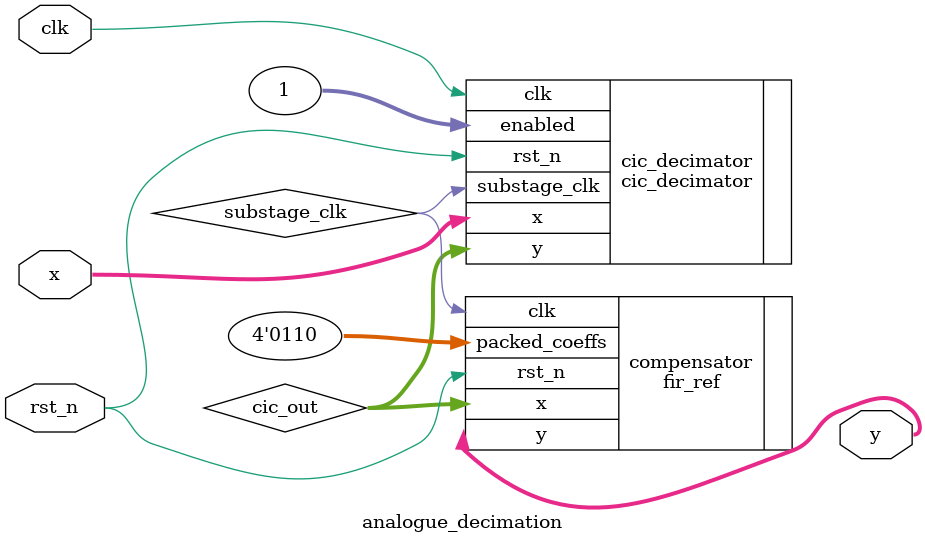
<source format=v>
`timescale 1ns / 1ps
module analogue_decimation
	#(
		// characteristics
		parameter M = 2,						// decimation factor - default 2 (factor of 2)
		// precision
		parameter X_WIDTH = 12,				// sensible default for a 12-bit ADC
		parameter Y_WIDTH = 16,				// sensible default for a 16-bit sample
		parameter PRECISION = Y_WIDTH		// sensible default for accumulating 12-bit input data
													// when using a multistage CIC pipeline
	)
	(
		input rst_n,											// reset
		input clk,												// clock
		input [X_WIDTH-1:0] x,
		output [Y_WIDTH-1:0] y
	);
		
	localparam COEFF_WIDTH = 4;
	
	wire substage_clk;
	wire [PRECISION-1:0] cic_out;
	
    cic_decimator
		#(
			.M(2),								// pre-calculated multistage order
			.D(M),								// pre-calculated delay line length
			.R(M),								// n.b. we are mapping M from the decimation domain to R in the CIC domain
			.X_WIDTH(X_WIDTH),
			.Y_WIDTH(PRECISION),
			.PRECISION(PRECISION)
		)
		cic_decimator
		(
			.rst_n(rst_n), 
			.clk(clk), 
			.enabled(1), 
			.x(x), 
			.substage_clk(substage_clk), 
			.y(cic_out)
		);
	
	fir_ref
	# (
		.X_WIDTH(PRECISION),
		.Y_WIDTH(Y_WIDTH),
		.PRECISION(PRECISION),
		.COEFF_WIDTH(4),
		.N(1))
		compensator 
	(
		.rst_n(rst_n),
		.clk(substage_clk), 
		.x(cic_out), 
		.y(y), 
		.packed_coeffs( { -4'd10 } )	// CIC order M=1: A=-18,  M=2->3: A=-10, M=4->5: A=-6, M=6->7: A=-4
	);
	
endmodule

</source>
